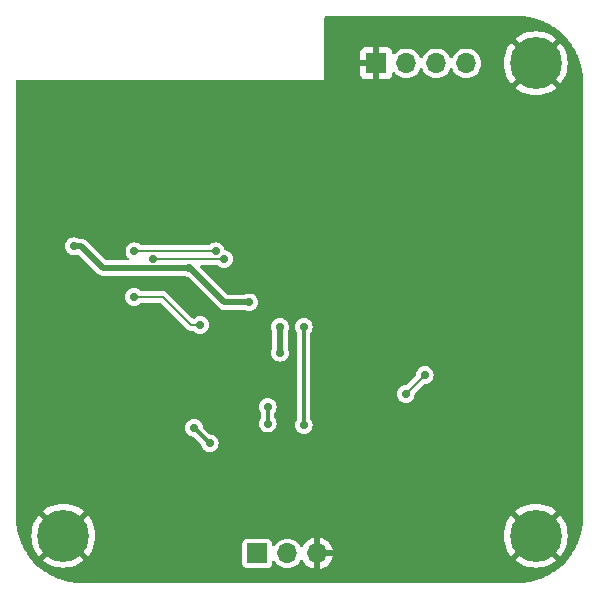
<source format=gbr>
%TF.GenerationSoftware,KiCad,Pcbnew,8.0.2*%
%TF.CreationDate,2024-07-16T11:33:13-07:00*%
%TF.ProjectId,sensor-node-rev-2,73656e73-6f72-42d6-9e6f-64652d726576,rev?*%
%TF.SameCoordinates,Original*%
%TF.FileFunction,Copper,L2,Bot*%
%TF.FilePolarity,Positive*%
%FSLAX46Y46*%
G04 Gerber Fmt 4.6, Leading zero omitted, Abs format (unit mm)*
G04 Created by KiCad (PCBNEW 8.0.2) date 2024-07-16 11:33:13*
%MOMM*%
%LPD*%
G01*
G04 APERTURE LIST*
%TA.AperFunction,ComponentPad*%
%ADD10R,1.700000X1.700000*%
%TD*%
%TA.AperFunction,ComponentPad*%
%ADD11O,1.700000X1.700000*%
%TD*%
%TA.AperFunction,ComponentPad*%
%ADD12C,4.400000*%
%TD*%
%TA.AperFunction,ViaPad*%
%ADD13C,0.700000*%
%TD*%
%TA.AperFunction,ViaPad*%
%ADD14C,0.900000*%
%TD*%
%TA.AperFunction,Conductor*%
%ADD15C,0.300000*%
%TD*%
%TA.AperFunction,Conductor*%
%ADD16C,0.200000*%
%TD*%
%TA.AperFunction,Conductor*%
%ADD17C,0.500000*%
%TD*%
G04 APERTURE END LIST*
D10*
%TO.P,J2,1,Pin_1*%
%TO.N,GND*%
X105000000Y-100500000D03*
D11*
%TO.P,J2,2,Pin_2*%
%TO.N,SWCLK*%
X107540000Y-100500000D03*
%TO.P,J2,3,Pin_3*%
%TO.N,SWDIO*%
X110080000Y-100500000D03*
%TO.P,J2,4,Pin_4*%
%TO.N,+3.3V*%
X112620000Y-100500000D03*
%TD*%
D12*
%TO.P,H3,1,1*%
%TO.N,GND*%
X118500000Y-100500000D03*
%TD*%
%TO.P,H4,1,1*%
%TO.N,GND*%
X118500000Y-140500000D03*
%TD*%
D10*
%TO.P,J4,1,Pin_1*%
%TO.N,Net-(J4-Pin_1)*%
X94920000Y-142000000D03*
D11*
%TO.P,J4,2,Pin_2*%
%TO.N,Net-(J4-Pin_2)*%
X97460000Y-142000000D03*
%TO.P,J4,3,Pin_3*%
%TO.N,GND*%
X100000000Y-142000000D03*
%TD*%
D12*
%TO.P,H2,1,1*%
%TO.N,GND*%
X78500000Y-140500000D03*
%TD*%
D13*
%TO.N,GND*%
X86300000Y-132300000D03*
X92400000Y-107200000D03*
X82750000Y-110700000D03*
X80600000Y-105200000D03*
X85350000Y-104250000D03*
X97400000Y-137200000D03*
X82190000Y-142830000D03*
X89300000Y-102800000D03*
X116880000Y-128800000D03*
X80000000Y-124400000D03*
X84150000Y-112100000D03*
X87100000Y-130700000D03*
X88200000Y-133200000D03*
X100070000Y-132410000D03*
X117580000Y-123520000D03*
X100150000Y-139600000D03*
X88000000Y-140000000D03*
X98700000Y-138200000D03*
X81400000Y-115600000D03*
X102880000Y-112260000D03*
X78900000Y-102800000D03*
X81460000Y-114360000D03*
X81950000Y-141150000D03*
X92260000Y-110820000D03*
X84150000Y-110700000D03*
D14*
X104750000Y-140700000D03*
D13*
X115710000Y-123890000D03*
X85900000Y-102800000D03*
X78410000Y-127050000D03*
X77000000Y-124000000D03*
X75490000Y-107420000D03*
X81420000Y-103410000D03*
X84972120Y-126602880D03*
X87740000Y-125740000D03*
X93800000Y-126800000D03*
X95500000Y-121000000D03*
X80480000Y-123040000D03*
X92000000Y-128600000D03*
X90300000Y-126800000D03*
X92030000Y-114680000D03*
X87870000Y-131390000D03*
X88000000Y-139000000D03*
X82025000Y-127275000D03*
D14*
X104750000Y-142100000D03*
D13*
X92700000Y-102800000D03*
X100000000Y-129000000D03*
X116420000Y-130870000D03*
D14*
X115000000Y-142100000D03*
D13*
X99900000Y-120750000D03*
X96100000Y-102800000D03*
X77200000Y-105200000D03*
X99820000Y-134220000D03*
X102560000Y-109460000D03*
X95864873Y-128190000D03*
D14*
X111500000Y-123000000D03*
D13*
X92960000Y-118340000D03*
X91100000Y-142500000D03*
X90800000Y-105600000D03*
X100200000Y-122450000D03*
X82750000Y-112100000D03*
X81840000Y-128240000D03*
X97500000Y-127500000D03*
X100000000Y-127500000D03*
X78800000Y-114200000D03*
X75470000Y-110280000D03*
X86427500Y-104277500D03*
X102130000Y-132410000D03*
X107900000Y-131410000D03*
X87700000Y-124400000D03*
X87000000Y-139000000D03*
X81230000Y-102390000D03*
X92000000Y-125000000D03*
D14*
X115000000Y-140700000D03*
D13*
X78070000Y-109240000D03*
X89900000Y-133500000D03*
X101500000Y-97500000D03*
X101500000Y-100900000D03*
X99500000Y-102800000D03*
X114920000Y-128260000D03*
X77600000Y-113200000D03*
X75500000Y-102800000D03*
X97500000Y-129000000D03*
%TO.N,USART1_RX*%
X95800000Y-129600000D03*
X95800000Y-131000000D03*
%TO.N,NRF_SCK*%
X84489810Y-120280190D03*
X90100000Y-122650000D03*
%TO.N,NRF_MISO*%
X86125000Y-117075000D03*
X92100000Y-117075000D03*
%TO.N,Net-(JP9-B)*%
X107500000Y-128500000D03*
X109100000Y-126900000D03*
%TO.N,NRF_MOSI*%
X91400000Y-116425000D03*
X84525000Y-116425000D03*
%TO.N,VDD*%
X89575000Y-131370000D03*
X96840000Y-122800000D03*
X94250000Y-120750000D03*
X79400000Y-116000000D03*
X96840000Y-125000000D03*
X90900000Y-132680000D03*
X89150000Y-117825000D03*
%TO.N,POWER_LED_EN*%
X98850000Y-131150000D03*
X98850000Y-122800000D03*
%TD*%
D15*
%TO.N,USART1_RX*%
X95800000Y-131000000D02*
X95800000Y-129600000D01*
D16*
%TO.N,NRF_SCK*%
X84490000Y-120280000D02*
X86930000Y-120280000D01*
X84489810Y-120280190D02*
X84490000Y-120280000D01*
X89300000Y-122650000D02*
X90100000Y-122650000D01*
X86930000Y-120280000D02*
X89300000Y-122650000D01*
%TO.N,NRF_MISO*%
X92100000Y-117075000D02*
X86125000Y-117075000D01*
%TO.N,Net-(JP9-B)*%
X109100000Y-126900000D02*
X107500000Y-128500000D01*
%TO.N,NRF_MOSI*%
X91400000Y-116425000D02*
X84525000Y-116425000D01*
D17*
%TO.N,VDD*%
X92150000Y-120750000D02*
X94250000Y-120750000D01*
X81825000Y-117825000D02*
X89150000Y-117825000D01*
D15*
X90885000Y-132680000D02*
X89575000Y-131370000D01*
D17*
X96840000Y-122800000D02*
X96840000Y-125000000D01*
D15*
X90900000Y-132680000D02*
X90885000Y-132680000D01*
D17*
X79400000Y-116000000D02*
X80000000Y-116000000D01*
X89225000Y-117825000D02*
X92150000Y-120750000D01*
X80000000Y-116000000D02*
X81825000Y-117825000D01*
D15*
%TO.N,POWER_LED_EN*%
X98850000Y-122800000D02*
X98850000Y-131150000D01*
%TD*%
%TA.AperFunction,Conductor*%
%TO.N,GND*%
G36*
X117002562Y-96500605D02*
G01*
X117449036Y-96519072D01*
X117459209Y-96519915D01*
X117900114Y-96574873D01*
X117910194Y-96576555D01*
X118345042Y-96667733D01*
X118354950Y-96670242D01*
X118780786Y-96797019D01*
X118790454Y-96800338D01*
X119131430Y-96933388D01*
X119204339Y-96961838D01*
X119213724Y-96965954D01*
X119612869Y-97161083D01*
X119621877Y-97165958D01*
X120003544Y-97393383D01*
X120012123Y-97398989D01*
X120373693Y-97657144D01*
X120381770Y-97663431D01*
X120720796Y-97950571D01*
X120728336Y-97957512D01*
X121042487Y-98271663D01*
X121049428Y-98279203D01*
X121269554Y-98539106D01*
X121336564Y-98618224D01*
X121342859Y-98626312D01*
X121601010Y-98987876D01*
X121606616Y-98996455D01*
X121834041Y-99378122D01*
X121838919Y-99387136D01*
X122034045Y-99786275D01*
X122038161Y-99795660D01*
X122199656Y-100209533D01*
X122202984Y-100219226D01*
X122329753Y-100645036D01*
X122332269Y-100654971D01*
X122423441Y-101089791D01*
X122425128Y-101099900D01*
X122480082Y-101540769D01*
X122480928Y-101550983D01*
X122499393Y-101997436D01*
X122499499Y-102002560D01*
X122499499Y-138997437D01*
X122499393Y-139002561D01*
X122480927Y-139449015D01*
X122480081Y-139459229D01*
X122425127Y-139900098D01*
X122423440Y-139910207D01*
X122332268Y-140345028D01*
X122329752Y-140354963D01*
X122202983Y-140780772D01*
X122199655Y-140790465D01*
X122038157Y-141204348D01*
X122034040Y-141213733D01*
X121838922Y-141612853D01*
X121834045Y-141621867D01*
X121606615Y-142003544D01*
X121601009Y-142012123D01*
X121342859Y-142373686D01*
X121336564Y-142381774D01*
X121049427Y-142720795D01*
X121042486Y-142728335D01*
X120728335Y-143042486D01*
X120720795Y-143049427D01*
X120381774Y-143336564D01*
X120373686Y-143342859D01*
X120012123Y-143601009D01*
X120003544Y-143606615D01*
X119621867Y-143834045D01*
X119612853Y-143838922D01*
X119213733Y-144034040D01*
X119204348Y-144038157D01*
X118790465Y-144199655D01*
X118780772Y-144202983D01*
X118354963Y-144329752D01*
X118345028Y-144332268D01*
X117910207Y-144423440D01*
X117900098Y-144425127D01*
X117459229Y-144480081D01*
X117449015Y-144480927D01*
X117002562Y-144499393D01*
X116997438Y-144499499D01*
X80002562Y-144499499D01*
X79997438Y-144499393D01*
X79550984Y-144480927D01*
X79540770Y-144480081D01*
X79099901Y-144425127D01*
X79089792Y-144423440D01*
X78654971Y-144332268D01*
X78645036Y-144329752D01*
X78219227Y-144202983D01*
X78209534Y-144199655D01*
X77795651Y-144038157D01*
X77786266Y-144034040D01*
X77387146Y-143838922D01*
X77378132Y-143834045D01*
X76996455Y-143606615D01*
X76987876Y-143601009D01*
X76626313Y-143342859D01*
X76618225Y-143336564D01*
X76611223Y-143330634D01*
X76370005Y-143126332D01*
X76279204Y-143049427D01*
X76271664Y-143042486D01*
X75957513Y-142728335D01*
X75950572Y-142720795D01*
X75843295Y-142594134D01*
X75663431Y-142381769D01*
X75657140Y-142373686D01*
X75609532Y-142307007D01*
X75398990Y-142012123D01*
X75393384Y-142003544D01*
X75165954Y-141621867D01*
X75161077Y-141612853D01*
X74965959Y-141213733D01*
X74961842Y-141204348D01*
X74891742Y-141024697D01*
X74800339Y-140790453D01*
X74797020Y-140780785D01*
X74713426Y-140500000D01*
X75795065Y-140500000D01*
X75814786Y-140826038D01*
X75873667Y-141147341D01*
X75970835Y-141459164D01*
X75970839Y-141459175D01*
X76104897Y-141757041D01*
X76104898Y-141757043D01*
X76273881Y-142036576D01*
X76421476Y-142224968D01*
X77563708Y-141082736D01*
X77660967Y-141216602D01*
X77783398Y-141339033D01*
X77917262Y-141436290D01*
X76775030Y-142578522D01*
X76775030Y-142578523D01*
X76963423Y-142726118D01*
X77242956Y-142895101D01*
X77242958Y-142895102D01*
X77540824Y-143029160D01*
X77540835Y-143029164D01*
X77852658Y-143126332D01*
X78173961Y-143185213D01*
X78500000Y-143204934D01*
X78826038Y-143185213D01*
X79147341Y-143126332D01*
X79459164Y-143029164D01*
X79459175Y-143029160D01*
X79757041Y-142895102D01*
X79757043Y-142895101D01*
X80036586Y-142726112D01*
X80224968Y-142578523D01*
X80224968Y-142578522D01*
X79082737Y-141436290D01*
X79216602Y-141339033D01*
X79339033Y-141216602D01*
X79436290Y-141082737D01*
X80578522Y-142224968D01*
X80578523Y-142224968D01*
X80726112Y-142036586D01*
X80895101Y-141757043D01*
X80895102Y-141757041D01*
X81029160Y-141459175D01*
X81029164Y-141459164D01*
X81126332Y-141147341D01*
X81131622Y-141118475D01*
X93669500Y-141118475D01*
X93669500Y-142881517D01*
X93671652Y-142895102D01*
X93684354Y-142975304D01*
X93741950Y-143088342D01*
X93741952Y-143088344D01*
X93741954Y-143088347D01*
X93831652Y-143178045D01*
X93831654Y-143178046D01*
X93831658Y-143178050D01*
X93944694Y-143235645D01*
X93944698Y-143235647D01*
X94038475Y-143250499D01*
X94038481Y-143250500D01*
X95801518Y-143250499D01*
X95895304Y-143235646D01*
X96008342Y-143178050D01*
X96098050Y-143088342D01*
X96155646Y-142975304D01*
X96155646Y-142975302D01*
X96155647Y-142975301D01*
X96170499Y-142881524D01*
X96170500Y-142881519D01*
X96170499Y-142731859D01*
X96190183Y-142664823D01*
X96242987Y-142619068D01*
X96312145Y-142609124D01*
X96375701Y-142638149D01*
X96396073Y-142660738D01*
X96498402Y-142806877D01*
X96653123Y-142961598D01*
X96832361Y-143087102D01*
X97030670Y-143179575D01*
X97242023Y-143236207D01*
X97424926Y-143252208D01*
X97459998Y-143255277D01*
X97460000Y-143255277D01*
X97460002Y-143255277D01*
X97488254Y-143252805D01*
X97677977Y-143236207D01*
X97889330Y-143179575D01*
X98087639Y-143087102D01*
X98266877Y-142961598D01*
X98421598Y-142806877D01*
X98547102Y-142627639D01*
X98562726Y-142594132D01*
X98608896Y-142541695D01*
X98676090Y-142522543D01*
X98742971Y-142542758D01*
X98787489Y-142594134D01*
X98826399Y-142677578D01*
X98961894Y-142871082D01*
X99128917Y-143038105D01*
X99322421Y-143173600D01*
X99536507Y-143273429D01*
X99536516Y-143273433D01*
X99750000Y-143330634D01*
X99750000Y-142433012D01*
X99807007Y-142465925D01*
X99934174Y-142500000D01*
X100065826Y-142500000D01*
X100192993Y-142465925D01*
X100250000Y-142433012D01*
X100250000Y-143330633D01*
X100463483Y-143273433D01*
X100463492Y-143273429D01*
X100677578Y-143173600D01*
X100871082Y-143038105D01*
X101038105Y-142871082D01*
X101173600Y-142677578D01*
X101273429Y-142463492D01*
X101273432Y-142463486D01*
X101330636Y-142250000D01*
X100433012Y-142250000D01*
X100465925Y-142192993D01*
X100500000Y-142065826D01*
X100500000Y-141934174D01*
X100465925Y-141807007D01*
X100433012Y-141750000D01*
X101330636Y-141750000D01*
X101330635Y-141749999D01*
X101273432Y-141536513D01*
X101273429Y-141536507D01*
X101173600Y-141322422D01*
X101173599Y-141322420D01*
X101038113Y-141128926D01*
X101038108Y-141128920D01*
X100871082Y-140961894D01*
X100677578Y-140826399D01*
X100463492Y-140726570D01*
X100463486Y-140726567D01*
X100250000Y-140669364D01*
X100250000Y-141566988D01*
X100192993Y-141534075D01*
X100065826Y-141500000D01*
X99934174Y-141500000D01*
X99807007Y-141534075D01*
X99750000Y-141566988D01*
X99750000Y-140669364D01*
X99749999Y-140669364D01*
X99536513Y-140726567D01*
X99536507Y-140726570D01*
X99322422Y-140826399D01*
X99322420Y-140826400D01*
X99128926Y-140961886D01*
X99128920Y-140961891D01*
X98961891Y-141128920D01*
X98961886Y-141128926D01*
X98826400Y-141322420D01*
X98826399Y-141322422D01*
X98787489Y-141405866D01*
X98741317Y-141458305D01*
X98674123Y-141477457D01*
X98607242Y-141457241D01*
X98562725Y-141405866D01*
X98547102Y-141372362D01*
X98547100Y-141372359D01*
X98547099Y-141372357D01*
X98421599Y-141193124D01*
X98346950Y-141118475D01*
X98266877Y-141038402D01*
X98128978Y-140941844D01*
X98087638Y-140912897D01*
X97960373Y-140853553D01*
X97889330Y-140820425D01*
X97889326Y-140820424D01*
X97889322Y-140820422D01*
X97677977Y-140763793D01*
X97460002Y-140744723D01*
X97459998Y-140744723D01*
X97314682Y-140757436D01*
X97242023Y-140763793D01*
X97242020Y-140763793D01*
X97030677Y-140820422D01*
X97030670Y-140820424D01*
X97030670Y-140820425D01*
X97027391Y-140821954D01*
X96832361Y-140912898D01*
X96832357Y-140912900D01*
X96653121Y-141038402D01*
X96498402Y-141193121D01*
X96396074Y-141339262D01*
X96341497Y-141382887D01*
X96271999Y-141390081D01*
X96209644Y-141358558D01*
X96174230Y-141298328D01*
X96170499Y-141268139D01*
X96170499Y-141118482D01*
X96163854Y-141076525D01*
X96155646Y-141024696D01*
X96098050Y-140911658D01*
X96098046Y-140911654D01*
X96098045Y-140911652D01*
X96008347Y-140821954D01*
X96008344Y-140821952D01*
X96008342Y-140821950D01*
X95927526Y-140780772D01*
X95895301Y-140764352D01*
X95801524Y-140749500D01*
X94038482Y-140749500D01*
X93957519Y-140762323D01*
X93944696Y-140764354D01*
X93831658Y-140821950D01*
X93831657Y-140821951D01*
X93831652Y-140821954D01*
X93741954Y-140911652D01*
X93741951Y-140911657D01*
X93741950Y-140911658D01*
X93736552Y-140922253D01*
X93684352Y-141024698D01*
X93669500Y-141118475D01*
X81131622Y-141118475D01*
X81185213Y-140826038D01*
X81204934Y-140500000D01*
X115795065Y-140500000D01*
X115814786Y-140826038D01*
X115873667Y-141147341D01*
X115970835Y-141459164D01*
X115970839Y-141459175D01*
X116104897Y-141757041D01*
X116104898Y-141757043D01*
X116273881Y-142036576D01*
X116421476Y-142224968D01*
X117563708Y-141082736D01*
X117660967Y-141216602D01*
X117783398Y-141339033D01*
X117917262Y-141436290D01*
X116775030Y-142578522D01*
X116775030Y-142578523D01*
X116963423Y-142726118D01*
X117242956Y-142895101D01*
X117242958Y-142895102D01*
X117540824Y-143029160D01*
X117540835Y-143029164D01*
X117852658Y-143126332D01*
X118173961Y-143185213D01*
X118500000Y-143204934D01*
X118826038Y-143185213D01*
X119147341Y-143126332D01*
X119459164Y-143029164D01*
X119459175Y-143029160D01*
X119757041Y-142895102D01*
X119757043Y-142895101D01*
X120036586Y-142726112D01*
X120224968Y-142578523D01*
X120224968Y-142578522D01*
X119082737Y-141436290D01*
X119216602Y-141339033D01*
X119339033Y-141216602D01*
X119436290Y-141082737D01*
X120578522Y-142224968D01*
X120578523Y-142224968D01*
X120726112Y-142036586D01*
X120895101Y-141757043D01*
X120895102Y-141757041D01*
X121029160Y-141459175D01*
X121029164Y-141459164D01*
X121126332Y-141147341D01*
X121185213Y-140826038D01*
X121204934Y-140500000D01*
X121185213Y-140173961D01*
X121126332Y-139852658D01*
X121029164Y-139540835D01*
X121029160Y-139540824D01*
X120895102Y-139242958D01*
X120895101Y-139242956D01*
X120726118Y-138963423D01*
X120578522Y-138775030D01*
X119436290Y-139917262D01*
X119339033Y-139783398D01*
X119216602Y-139660967D01*
X119082736Y-139563709D01*
X120224968Y-138421476D01*
X120036576Y-138273881D01*
X119757043Y-138104898D01*
X119757041Y-138104897D01*
X119459175Y-137970839D01*
X119459164Y-137970835D01*
X119147341Y-137873667D01*
X118826038Y-137814786D01*
X118500000Y-137795065D01*
X118173961Y-137814786D01*
X117852658Y-137873667D01*
X117540835Y-137970835D01*
X117540824Y-137970839D01*
X117242958Y-138104897D01*
X117242956Y-138104898D01*
X116963422Y-138273881D01*
X116963416Y-138273886D01*
X116775030Y-138421474D01*
X116775029Y-138421476D01*
X117917262Y-139563709D01*
X117783398Y-139660967D01*
X117660967Y-139783398D01*
X117563709Y-139917262D01*
X116421476Y-138775029D01*
X116421474Y-138775030D01*
X116273886Y-138963416D01*
X116273881Y-138963422D01*
X116104898Y-139242956D01*
X116104897Y-139242958D01*
X115970839Y-139540824D01*
X115970835Y-139540835D01*
X115873667Y-139852658D01*
X115814786Y-140173961D01*
X115795065Y-140500000D01*
X81204934Y-140500000D01*
X81185213Y-140173961D01*
X81126332Y-139852658D01*
X81029164Y-139540835D01*
X81029160Y-139540824D01*
X80895102Y-139242958D01*
X80895101Y-139242956D01*
X80726118Y-138963423D01*
X80578522Y-138775030D01*
X79436290Y-139917262D01*
X79339033Y-139783398D01*
X79216602Y-139660967D01*
X79082736Y-139563709D01*
X80224968Y-138421476D01*
X80036576Y-138273881D01*
X79757043Y-138104898D01*
X79757041Y-138104897D01*
X79459175Y-137970839D01*
X79459164Y-137970835D01*
X79147341Y-137873667D01*
X78826038Y-137814786D01*
X78500000Y-137795065D01*
X78173961Y-137814786D01*
X77852658Y-137873667D01*
X77540835Y-137970835D01*
X77540824Y-137970839D01*
X77242958Y-138104897D01*
X77242956Y-138104898D01*
X76963422Y-138273881D01*
X76963416Y-138273886D01*
X76775030Y-138421474D01*
X76775029Y-138421476D01*
X77917262Y-139563709D01*
X77783398Y-139660967D01*
X77660967Y-139783398D01*
X77563709Y-139917262D01*
X76421476Y-138775029D01*
X76421474Y-138775030D01*
X76273886Y-138963416D01*
X76273881Y-138963422D01*
X76104898Y-139242956D01*
X76104897Y-139242958D01*
X75970839Y-139540824D01*
X75970835Y-139540835D01*
X75873667Y-139852658D01*
X75814786Y-140173961D01*
X75795065Y-140500000D01*
X74713426Y-140500000D01*
X74670243Y-140354950D01*
X74667734Y-140345042D01*
X74576556Y-139910193D01*
X74574874Y-139900113D01*
X74519916Y-139459208D01*
X74519073Y-139449035D01*
X74500607Y-139002561D01*
X74500501Y-138997437D01*
X74500501Y-138926512D01*
X74500500Y-138926494D01*
X74500500Y-131369997D01*
X88819751Y-131369997D01*
X88819751Y-131370002D01*
X88838685Y-131538056D01*
X88894545Y-131697694D01*
X88894547Y-131697697D01*
X88984518Y-131840884D01*
X88984523Y-131840890D01*
X89104109Y-131960476D01*
X89104115Y-131960481D01*
X89247302Y-132050452D01*
X89247305Y-132050454D01*
X89247309Y-132050455D01*
X89247310Y-132050456D01*
X89358958Y-132089523D01*
X89406941Y-132106313D01*
X89406946Y-132106314D01*
X89505651Y-132117435D01*
X89570065Y-132144501D01*
X89579449Y-132152974D01*
X90118929Y-132692454D01*
X90152414Y-132753777D01*
X90154468Y-132766250D01*
X90163685Y-132848053D01*
X90219544Y-133007692D01*
X90219547Y-133007697D01*
X90309518Y-133150884D01*
X90309523Y-133150890D01*
X90429109Y-133270476D01*
X90429115Y-133270481D01*
X90572302Y-133360452D01*
X90572305Y-133360454D01*
X90572309Y-133360455D01*
X90572310Y-133360456D01*
X90644913Y-133385860D01*
X90731943Y-133416314D01*
X90899997Y-133435249D01*
X90900000Y-133435249D01*
X90900003Y-133435249D01*
X91068056Y-133416314D01*
X91068059Y-133416313D01*
X91227690Y-133360456D01*
X91227692Y-133360454D01*
X91227694Y-133360454D01*
X91227697Y-133360452D01*
X91370884Y-133270481D01*
X91370885Y-133270480D01*
X91370890Y-133270477D01*
X91490477Y-133150890D01*
X91580452Y-133007697D01*
X91580454Y-133007694D01*
X91580454Y-133007692D01*
X91580456Y-133007690D01*
X91636313Y-132848059D01*
X91636313Y-132848058D01*
X91636314Y-132848056D01*
X91655249Y-132680002D01*
X91655249Y-132679997D01*
X91636314Y-132511943D01*
X91580454Y-132352305D01*
X91580452Y-132352302D01*
X91490481Y-132209115D01*
X91490476Y-132209109D01*
X91370890Y-132089523D01*
X91370884Y-132089518D01*
X91227697Y-131999547D01*
X91227692Y-131999544D01*
X91068053Y-131943685D01*
X90952442Y-131930659D01*
X90888028Y-131903592D01*
X90878645Y-131895120D01*
X90357974Y-131374449D01*
X90324489Y-131313126D01*
X90322435Y-131300651D01*
X90311314Y-131201946D01*
X90311313Y-131201941D01*
X90255454Y-131042305D01*
X90255452Y-131042302D01*
X90165481Y-130899115D01*
X90165476Y-130899109D01*
X90045890Y-130779523D01*
X90045884Y-130779518D01*
X89902697Y-130689547D01*
X89902694Y-130689545D01*
X89743056Y-130633685D01*
X89575003Y-130614751D01*
X89574997Y-130614751D01*
X89406943Y-130633685D01*
X89247305Y-130689545D01*
X89247302Y-130689547D01*
X89104115Y-130779518D01*
X89104109Y-130779523D01*
X88984523Y-130899109D01*
X88984518Y-130899115D01*
X88894547Y-131042302D01*
X88894545Y-131042305D01*
X88838685Y-131201943D01*
X88819751Y-131369997D01*
X74500500Y-131369997D01*
X74500500Y-129599997D01*
X95044751Y-129599997D01*
X95044751Y-129600002D01*
X95063685Y-129768056D01*
X95119545Y-129927694D01*
X95119547Y-129927697D01*
X95209518Y-130070884D01*
X95209523Y-130070890D01*
X95213181Y-130074548D01*
X95246666Y-130135871D01*
X95249500Y-130162229D01*
X95249500Y-130437771D01*
X95229815Y-130504810D01*
X95213181Y-130525452D01*
X95209523Y-130529109D01*
X95209518Y-130529115D01*
X95119547Y-130672302D01*
X95119545Y-130672305D01*
X95063685Y-130831943D01*
X95044751Y-130999997D01*
X95044751Y-131000002D01*
X95063685Y-131168056D01*
X95119545Y-131327694D01*
X95119547Y-131327697D01*
X95209518Y-131470884D01*
X95209523Y-131470890D01*
X95329109Y-131590476D01*
X95329115Y-131590481D01*
X95472302Y-131680452D01*
X95472305Y-131680454D01*
X95472309Y-131680455D01*
X95472310Y-131680456D01*
X95521562Y-131697690D01*
X95631943Y-131736314D01*
X95799997Y-131755249D01*
X95800000Y-131755249D01*
X95800003Y-131755249D01*
X95968056Y-131736314D01*
X95968059Y-131736313D01*
X96127690Y-131680456D01*
X96127692Y-131680454D01*
X96127694Y-131680454D01*
X96127697Y-131680452D01*
X96270884Y-131590481D01*
X96270885Y-131590480D01*
X96270890Y-131590477D01*
X96390477Y-131470890D01*
X96390481Y-131470884D01*
X96480452Y-131327697D01*
X96480454Y-131327694D01*
X96480454Y-131327692D01*
X96480456Y-131327690D01*
X96536313Y-131168059D01*
X96536313Y-131168058D01*
X96536314Y-131168056D01*
X96555249Y-131000002D01*
X96555249Y-130999997D01*
X96536314Y-130831943D01*
X96480454Y-130672305D01*
X96480452Y-130672302D01*
X96390481Y-130529115D01*
X96390476Y-130529109D01*
X96386819Y-130525452D01*
X96353334Y-130464129D01*
X96350500Y-130437771D01*
X96350500Y-130162229D01*
X96370185Y-130095190D01*
X96386819Y-130074548D01*
X96390477Y-130070890D01*
X96480452Y-129927697D01*
X96480454Y-129927694D01*
X96480454Y-129927692D01*
X96480456Y-129927690D01*
X96536313Y-129768059D01*
X96536313Y-129768058D01*
X96536314Y-129768056D01*
X96555249Y-129600002D01*
X96555249Y-129599997D01*
X96536314Y-129431943D01*
X96480454Y-129272305D01*
X96480452Y-129272302D01*
X96390481Y-129129115D01*
X96390476Y-129129109D01*
X96270890Y-129009523D01*
X96270884Y-129009518D01*
X96127697Y-128919547D01*
X96127694Y-128919545D01*
X95968056Y-128863685D01*
X95800003Y-128844751D01*
X95799997Y-128844751D01*
X95631943Y-128863685D01*
X95472305Y-128919545D01*
X95472302Y-128919547D01*
X95329115Y-129009518D01*
X95329109Y-129009523D01*
X95209523Y-129129109D01*
X95209518Y-129129115D01*
X95119547Y-129272302D01*
X95119545Y-129272305D01*
X95063685Y-129431943D01*
X95044751Y-129599997D01*
X74500500Y-129599997D01*
X74500500Y-120280187D01*
X83734561Y-120280187D01*
X83734561Y-120280192D01*
X83753495Y-120448246D01*
X83809355Y-120607884D01*
X83809357Y-120607887D01*
X83899328Y-120751074D01*
X83899333Y-120751080D01*
X84018919Y-120870666D01*
X84018925Y-120870671D01*
X84162112Y-120960642D01*
X84162115Y-120960644D01*
X84162119Y-120960645D01*
X84162120Y-120960646D01*
X84234723Y-120986050D01*
X84321753Y-121016504D01*
X84489807Y-121035439D01*
X84489810Y-121035439D01*
X84489813Y-121035439D01*
X84657866Y-121016504D01*
X84657869Y-121016503D01*
X84817500Y-120960646D01*
X84817502Y-120960644D01*
X84817504Y-120960644D01*
X84817507Y-120960642D01*
X84960694Y-120870671D01*
X84960695Y-120870670D01*
X84960700Y-120870667D01*
X85014548Y-120816819D01*
X85075871Y-120783334D01*
X85102229Y-120780500D01*
X86671324Y-120780500D01*
X86738363Y-120800185D01*
X86759005Y-120816819D01*
X88992686Y-123050500D01*
X89106814Y-123116392D01*
X89234107Y-123150500D01*
X89234108Y-123150500D01*
X89487771Y-123150500D01*
X89554810Y-123170185D01*
X89575452Y-123186819D01*
X89629109Y-123240476D01*
X89629115Y-123240481D01*
X89772302Y-123330452D01*
X89772305Y-123330454D01*
X89772309Y-123330455D01*
X89772310Y-123330456D01*
X89844913Y-123355860D01*
X89931943Y-123386314D01*
X90099997Y-123405249D01*
X90100000Y-123405249D01*
X90100003Y-123405249D01*
X90268056Y-123386314D01*
X90336887Y-123362229D01*
X90427690Y-123330456D01*
X90427692Y-123330454D01*
X90427694Y-123330454D01*
X90427697Y-123330452D01*
X90570884Y-123240481D01*
X90570885Y-123240480D01*
X90570890Y-123240477D01*
X90690477Y-123120890D01*
X90690481Y-123120884D01*
X90780452Y-122977697D01*
X90780454Y-122977694D01*
X90780454Y-122977692D01*
X90780456Y-122977690D01*
X90836313Y-122818059D01*
X90836313Y-122818058D01*
X90836314Y-122818056D01*
X90838349Y-122799997D01*
X96084751Y-122799997D01*
X96084751Y-122800002D01*
X96103686Y-122968057D01*
X96159542Y-123127687D01*
X96159548Y-123127697D01*
X96170493Y-123145115D01*
X96189500Y-123211087D01*
X96189500Y-124588911D01*
X96170495Y-124654882D01*
X96159544Y-124672310D01*
X96103685Y-124831943D01*
X96084751Y-124999997D01*
X96084751Y-125000002D01*
X96103685Y-125168056D01*
X96159545Y-125327694D01*
X96159547Y-125327697D01*
X96249518Y-125470884D01*
X96249523Y-125470890D01*
X96369109Y-125590476D01*
X96369115Y-125590481D01*
X96512302Y-125680452D01*
X96512305Y-125680454D01*
X96512309Y-125680455D01*
X96512310Y-125680456D01*
X96584913Y-125705860D01*
X96671943Y-125736314D01*
X96839997Y-125755249D01*
X96840000Y-125755249D01*
X96840003Y-125755249D01*
X97008056Y-125736314D01*
X97008059Y-125736313D01*
X97167690Y-125680456D01*
X97167692Y-125680454D01*
X97167694Y-125680454D01*
X97167697Y-125680452D01*
X97310884Y-125590481D01*
X97310885Y-125590480D01*
X97310890Y-125590477D01*
X97430477Y-125470890D01*
X97520452Y-125327697D01*
X97520454Y-125327694D01*
X97520454Y-125327692D01*
X97520456Y-125327690D01*
X97576313Y-125168059D01*
X97576313Y-125168058D01*
X97576314Y-125168056D01*
X97595249Y-125000002D01*
X97595249Y-124999997D01*
X97576314Y-124831943D01*
X97563417Y-124795088D01*
X97520456Y-124672310D01*
X97509504Y-124654881D01*
X97490500Y-124588911D01*
X97490500Y-123211087D01*
X97509506Y-123145115D01*
X97520456Y-123127690D01*
X97576313Y-122968059D01*
X97595249Y-122800000D01*
X97595249Y-122799997D01*
X98094751Y-122799997D01*
X98094751Y-122800002D01*
X98113685Y-122968056D01*
X98169545Y-123127694D01*
X98169547Y-123127697D01*
X98259518Y-123270884D01*
X98259523Y-123270890D01*
X98263181Y-123274548D01*
X98296666Y-123335871D01*
X98299500Y-123362229D01*
X98299500Y-130587771D01*
X98279815Y-130654810D01*
X98263181Y-130675452D01*
X98259523Y-130679109D01*
X98259518Y-130679115D01*
X98169547Y-130822302D01*
X98169545Y-130822305D01*
X98113685Y-130981943D01*
X98094751Y-131149997D01*
X98094751Y-131150002D01*
X98113685Y-131318056D01*
X98169545Y-131477694D01*
X98169547Y-131477697D01*
X98259518Y-131620884D01*
X98259523Y-131620890D01*
X98379109Y-131740476D01*
X98379115Y-131740481D01*
X98522302Y-131830452D01*
X98522305Y-131830454D01*
X98522309Y-131830455D01*
X98522310Y-131830456D01*
X98552112Y-131840884D01*
X98681943Y-131886314D01*
X98849997Y-131905249D01*
X98850000Y-131905249D01*
X98850003Y-131905249D01*
X99018056Y-131886314D01*
X99018059Y-131886313D01*
X99177690Y-131830456D01*
X99177692Y-131830454D01*
X99177694Y-131830454D01*
X99177697Y-131830452D01*
X99320884Y-131740481D01*
X99320885Y-131740480D01*
X99320890Y-131740477D01*
X99440477Y-131620890D01*
X99440481Y-131620884D01*
X99530452Y-131477697D01*
X99530454Y-131477694D01*
X99530454Y-131477692D01*
X99530456Y-131477690D01*
X99586313Y-131318059D01*
X99586313Y-131318058D01*
X99586314Y-131318056D01*
X99605249Y-131150002D01*
X99605249Y-131149997D01*
X99586314Y-130981943D01*
X99555860Y-130894913D01*
X99530456Y-130822310D01*
X99530455Y-130822309D01*
X99530454Y-130822305D01*
X99530452Y-130822302D01*
X99440481Y-130679115D01*
X99440476Y-130679109D01*
X99436819Y-130675452D01*
X99403334Y-130614129D01*
X99400500Y-130587771D01*
X99400500Y-128499997D01*
X106744751Y-128499997D01*
X106744751Y-128500002D01*
X106763685Y-128668056D01*
X106819545Y-128827694D01*
X106819547Y-128827697D01*
X106909518Y-128970884D01*
X106909523Y-128970890D01*
X107029109Y-129090476D01*
X107029115Y-129090481D01*
X107172302Y-129180452D01*
X107172305Y-129180454D01*
X107172309Y-129180455D01*
X107172310Y-129180456D01*
X107244913Y-129205860D01*
X107331943Y-129236314D01*
X107499997Y-129255249D01*
X107500000Y-129255249D01*
X107500003Y-129255249D01*
X107668056Y-129236314D01*
X107668059Y-129236313D01*
X107827690Y-129180456D01*
X107827692Y-129180454D01*
X107827694Y-129180454D01*
X107827697Y-129180452D01*
X107970884Y-129090481D01*
X107970885Y-129090480D01*
X107970890Y-129090477D01*
X108090477Y-128970890D01*
X108122738Y-128919547D01*
X108180452Y-128827697D01*
X108180454Y-128827694D01*
X108180454Y-128827692D01*
X108180456Y-128827690D01*
X108236313Y-128668059D01*
X108236313Y-128668057D01*
X108236314Y-128668055D01*
X108256029Y-128493080D01*
X108258356Y-128493342D01*
X108274934Y-128436887D01*
X108291568Y-128416245D01*
X109016245Y-127691568D01*
X109077568Y-127658083D01*
X109093122Y-127656410D01*
X109093080Y-127656029D01*
X109268055Y-127636314D01*
X109268057Y-127636313D01*
X109268059Y-127636313D01*
X109427690Y-127580456D01*
X109427692Y-127580454D01*
X109427694Y-127580454D01*
X109427697Y-127580452D01*
X109570884Y-127490481D01*
X109570885Y-127490480D01*
X109570890Y-127490477D01*
X109690477Y-127370890D01*
X109780452Y-127227697D01*
X109780454Y-127227694D01*
X109780454Y-127227692D01*
X109780456Y-127227690D01*
X109836313Y-127068059D01*
X109836313Y-127068058D01*
X109836314Y-127068056D01*
X109855249Y-126900002D01*
X109855249Y-126899997D01*
X109836314Y-126731943D01*
X109780454Y-126572305D01*
X109780452Y-126572302D01*
X109690481Y-126429115D01*
X109690476Y-126429109D01*
X109570890Y-126309523D01*
X109570884Y-126309518D01*
X109427697Y-126219547D01*
X109427694Y-126219545D01*
X109268056Y-126163685D01*
X109100003Y-126144751D01*
X109099997Y-126144751D01*
X108931943Y-126163685D01*
X108772305Y-126219545D01*
X108772302Y-126219547D01*
X108629115Y-126309518D01*
X108629109Y-126309523D01*
X108509523Y-126429109D01*
X108509518Y-126429115D01*
X108419547Y-126572302D01*
X108419545Y-126572305D01*
X108363685Y-126731943D01*
X108343971Y-126906920D01*
X108341642Y-126906657D01*
X108325066Y-126963111D01*
X108308432Y-126983753D01*
X107583753Y-127708432D01*
X107522430Y-127741917D01*
X107506876Y-127743589D01*
X107506920Y-127743971D01*
X107331943Y-127763685D01*
X107172305Y-127819545D01*
X107172302Y-127819547D01*
X107029115Y-127909518D01*
X107029109Y-127909523D01*
X106909523Y-128029109D01*
X106909518Y-128029115D01*
X106819547Y-128172302D01*
X106819545Y-128172305D01*
X106763685Y-128331943D01*
X106744751Y-128499997D01*
X99400500Y-128499997D01*
X99400500Y-123362229D01*
X99420185Y-123295190D01*
X99436819Y-123274548D01*
X99440477Y-123270890D01*
X99440481Y-123270884D01*
X99530452Y-123127697D01*
X99530454Y-123127694D01*
X99530454Y-123127692D01*
X99530456Y-123127690D01*
X99586313Y-122968059D01*
X99586313Y-122968058D01*
X99586314Y-122968056D01*
X99605249Y-122800002D01*
X99605249Y-122799997D01*
X99586314Y-122631943D01*
X99555860Y-122544913D01*
X99530456Y-122472310D01*
X99530455Y-122472309D01*
X99530454Y-122472305D01*
X99530452Y-122472302D01*
X99440481Y-122329115D01*
X99440476Y-122329109D01*
X99320890Y-122209523D01*
X99320884Y-122209518D01*
X99177697Y-122119547D01*
X99177694Y-122119545D01*
X99018056Y-122063685D01*
X98850003Y-122044751D01*
X98849997Y-122044751D01*
X98681943Y-122063685D01*
X98522305Y-122119545D01*
X98522302Y-122119547D01*
X98379115Y-122209518D01*
X98379109Y-122209523D01*
X98259523Y-122329109D01*
X98259518Y-122329115D01*
X98169547Y-122472302D01*
X98169545Y-122472305D01*
X98113685Y-122631943D01*
X98094751Y-122799997D01*
X97595249Y-122799997D01*
X97576314Y-122631943D01*
X97545860Y-122544913D01*
X97520456Y-122472310D01*
X97520455Y-122472309D01*
X97520454Y-122472305D01*
X97520452Y-122472302D01*
X97430481Y-122329115D01*
X97430476Y-122329109D01*
X97310890Y-122209523D01*
X97310884Y-122209518D01*
X97167697Y-122119547D01*
X97167694Y-122119545D01*
X97008056Y-122063685D01*
X96840003Y-122044751D01*
X96839997Y-122044751D01*
X96671943Y-122063685D01*
X96512305Y-122119545D01*
X96512302Y-122119547D01*
X96369115Y-122209518D01*
X96369109Y-122209523D01*
X96249523Y-122329109D01*
X96249518Y-122329115D01*
X96159547Y-122472302D01*
X96159545Y-122472305D01*
X96103685Y-122631943D01*
X96084751Y-122799997D01*
X90838349Y-122799997D01*
X90855249Y-122650002D01*
X90855249Y-122649997D01*
X90836314Y-122481943D01*
X90780454Y-122322305D01*
X90780452Y-122322302D01*
X90690481Y-122179115D01*
X90690476Y-122179109D01*
X90570890Y-122059523D01*
X90570884Y-122059518D01*
X90427697Y-121969547D01*
X90427694Y-121969545D01*
X90268056Y-121913685D01*
X90100003Y-121894751D01*
X90099997Y-121894751D01*
X89931943Y-121913685D01*
X89772305Y-121969545D01*
X89772302Y-121969547D01*
X89629115Y-122059518D01*
X89629107Y-122059524D01*
X89610902Y-122077730D01*
X89549578Y-122111214D01*
X89479887Y-122106228D01*
X89435542Y-122077728D01*
X87237316Y-119879502D01*
X87237314Y-119879500D01*
X87180250Y-119846554D01*
X87123187Y-119813608D01*
X87059539Y-119796554D01*
X86995892Y-119779500D01*
X86995891Y-119779500D01*
X85101849Y-119779500D01*
X85034810Y-119759815D01*
X85014168Y-119743181D01*
X84960700Y-119689713D01*
X84960694Y-119689708D01*
X84817507Y-119599737D01*
X84817504Y-119599735D01*
X84657866Y-119543875D01*
X84489813Y-119524941D01*
X84489807Y-119524941D01*
X84321753Y-119543875D01*
X84162115Y-119599735D01*
X84162112Y-119599737D01*
X84018925Y-119689708D01*
X84018919Y-119689713D01*
X83899333Y-119809299D01*
X83899328Y-119809305D01*
X83809357Y-119952492D01*
X83809355Y-119952495D01*
X83753495Y-120112133D01*
X83734561Y-120280187D01*
X74500500Y-120280187D01*
X74500500Y-115999997D01*
X78644751Y-115999997D01*
X78644751Y-116000002D01*
X78663685Y-116168056D01*
X78719545Y-116327694D01*
X78719547Y-116327697D01*
X78809518Y-116470884D01*
X78809523Y-116470890D01*
X78929109Y-116590476D01*
X78929115Y-116590481D01*
X79072302Y-116680452D01*
X79072305Y-116680454D01*
X79072309Y-116680455D01*
X79072310Y-116680456D01*
X79144913Y-116705860D01*
X79231943Y-116736314D01*
X79399997Y-116755249D01*
X79400000Y-116755249D01*
X79400003Y-116755249D01*
X79526044Y-116741047D01*
X79568059Y-116736313D01*
X79678460Y-116697681D01*
X79748238Y-116694119D01*
X79807096Y-116727042D01*
X81410325Y-118330272D01*
X81410328Y-118330275D01*
X81485123Y-118380251D01*
X81485122Y-118380251D01*
X81508961Y-118396178D01*
X81516873Y-118401465D01*
X81635256Y-118450501D01*
X81635260Y-118450501D01*
X81635261Y-118450502D01*
X81760928Y-118475500D01*
X81760931Y-118475500D01*
X81889069Y-118475500D01*
X88738912Y-118475500D01*
X88804883Y-118494506D01*
X88822310Y-118505456D01*
X88981941Y-118561313D01*
X89005795Y-118564000D01*
X89070209Y-118591066D01*
X89079594Y-118599540D01*
X91735325Y-121255272D01*
X91735331Y-121255277D01*
X91841874Y-121326466D01*
X91911221Y-121355189D01*
X91960256Y-121375501D01*
X91960259Y-121375501D01*
X91960260Y-121375502D01*
X92085928Y-121400500D01*
X92085931Y-121400500D01*
X92214069Y-121400500D01*
X93838912Y-121400500D01*
X93904883Y-121419506D01*
X93922310Y-121430456D01*
X94081941Y-121486313D01*
X94123955Y-121491047D01*
X94249997Y-121505249D01*
X94250000Y-121505249D01*
X94250003Y-121505249D01*
X94418056Y-121486314D01*
X94418059Y-121486313D01*
X94577690Y-121430456D01*
X94577692Y-121430454D01*
X94577694Y-121430454D01*
X94577697Y-121430452D01*
X94720884Y-121340481D01*
X94720885Y-121340480D01*
X94720890Y-121340477D01*
X94840477Y-121220890D01*
X94930452Y-121077697D01*
X94930454Y-121077694D01*
X94930454Y-121077692D01*
X94930456Y-121077690D01*
X94986313Y-120918059D01*
X94986313Y-120918058D01*
X94986314Y-120918056D01*
X95005249Y-120750002D01*
X95005249Y-120749997D01*
X94986314Y-120581943D01*
X94930454Y-120422305D01*
X94930452Y-120422302D01*
X94840481Y-120279115D01*
X94840476Y-120279109D01*
X94720890Y-120159523D01*
X94720884Y-120159518D01*
X94577697Y-120069547D01*
X94577694Y-120069545D01*
X94418056Y-120013685D01*
X94250003Y-119994751D01*
X94249997Y-119994751D01*
X94081942Y-120013686D01*
X93922311Y-120069543D01*
X93904883Y-120080494D01*
X93838912Y-120099500D01*
X92470808Y-120099500D01*
X92403769Y-120079815D01*
X92383127Y-120063181D01*
X90107127Y-117787181D01*
X90073642Y-117725858D01*
X90078626Y-117656166D01*
X90120498Y-117600233D01*
X90185962Y-117575816D01*
X90194808Y-117575500D01*
X91487771Y-117575500D01*
X91554810Y-117595185D01*
X91575452Y-117611819D01*
X91629109Y-117665476D01*
X91629115Y-117665481D01*
X91772302Y-117755452D01*
X91772305Y-117755454D01*
X91772309Y-117755455D01*
X91772310Y-117755456D01*
X91844913Y-117780860D01*
X91931943Y-117811314D01*
X92099997Y-117830249D01*
X92100000Y-117830249D01*
X92100003Y-117830249D01*
X92268056Y-117811314D01*
X92268059Y-117811313D01*
X92427690Y-117755456D01*
X92427692Y-117755454D01*
X92427694Y-117755454D01*
X92427697Y-117755452D01*
X92570884Y-117665481D01*
X92570885Y-117665480D01*
X92570890Y-117665477D01*
X92690477Y-117545890D01*
X92780452Y-117402697D01*
X92780454Y-117402694D01*
X92780454Y-117402692D01*
X92780456Y-117402690D01*
X92836313Y-117243059D01*
X92836313Y-117243058D01*
X92836314Y-117243056D01*
X92855249Y-117075002D01*
X92855249Y-117074997D01*
X92836314Y-116906943D01*
X92782340Y-116752694D01*
X92780456Y-116747310D01*
X92780455Y-116747309D01*
X92780454Y-116747305D01*
X92780452Y-116747302D01*
X92690481Y-116604115D01*
X92690476Y-116604109D01*
X92570890Y-116484523D01*
X92570884Y-116484518D01*
X92427697Y-116394547D01*
X92427692Y-116394544D01*
X92321269Y-116357306D01*
X92268059Y-116338687D01*
X92238105Y-116335311D01*
X92173693Y-116308244D01*
X92134950Y-116253046D01*
X92080455Y-116097308D01*
X92080452Y-116097302D01*
X91990481Y-115954115D01*
X91990476Y-115954109D01*
X91870890Y-115834523D01*
X91870884Y-115834518D01*
X91727697Y-115744547D01*
X91727694Y-115744545D01*
X91568056Y-115688685D01*
X91400003Y-115669751D01*
X91399997Y-115669751D01*
X91231943Y-115688685D01*
X91072305Y-115744545D01*
X91072302Y-115744547D01*
X90929115Y-115834518D01*
X90929109Y-115834523D01*
X90875452Y-115888181D01*
X90814129Y-115921666D01*
X90787771Y-115924500D01*
X85137229Y-115924500D01*
X85070190Y-115904815D01*
X85049548Y-115888181D01*
X84995890Y-115834523D01*
X84995884Y-115834518D01*
X84852697Y-115744547D01*
X84852694Y-115744545D01*
X84693056Y-115688685D01*
X84525003Y-115669751D01*
X84524997Y-115669751D01*
X84356943Y-115688685D01*
X84197305Y-115744545D01*
X84197302Y-115744547D01*
X84054115Y-115834518D01*
X84054109Y-115834523D01*
X83934523Y-115954109D01*
X83934518Y-115954115D01*
X83844547Y-116097302D01*
X83844545Y-116097305D01*
X83788685Y-116256943D01*
X83769751Y-116424997D01*
X83769751Y-116425002D01*
X83788685Y-116593056D01*
X83844545Y-116752694D01*
X83844547Y-116752697D01*
X83934518Y-116895884D01*
X83934523Y-116895890D01*
X84001452Y-116962819D01*
X84034937Y-117024142D01*
X84029953Y-117093834D01*
X83988081Y-117149767D01*
X83922617Y-117174184D01*
X83913771Y-117174500D01*
X82145808Y-117174500D01*
X82078769Y-117154815D01*
X82058127Y-117138181D01*
X80414674Y-115494727D01*
X80414673Y-115494726D01*
X80414669Y-115494723D01*
X80308127Y-115423535D01*
X80189744Y-115374499D01*
X80189738Y-115374497D01*
X80064071Y-115349500D01*
X80064069Y-115349500D01*
X79811088Y-115349500D01*
X79745117Y-115330494D01*
X79736168Y-115324871D01*
X79727690Y-115319544D01*
X79727689Y-115319543D01*
X79727688Y-115319543D01*
X79568057Y-115263686D01*
X79400003Y-115244751D01*
X79399997Y-115244751D01*
X79231943Y-115263685D01*
X79072305Y-115319545D01*
X79072302Y-115319547D01*
X78929115Y-115409518D01*
X78929109Y-115409523D01*
X78809523Y-115529109D01*
X78809518Y-115529115D01*
X78719547Y-115672302D01*
X78719545Y-115672305D01*
X78663685Y-115831943D01*
X78644751Y-115999997D01*
X74500500Y-115999997D01*
X74500500Y-102075895D01*
X74500501Y-102075882D01*
X74500501Y-102024000D01*
X74520186Y-101956961D01*
X74572990Y-101911206D01*
X74624501Y-101900000D01*
X100600000Y-101900000D01*
X100600000Y-99602155D01*
X103650000Y-99602155D01*
X103650000Y-100250000D01*
X104566988Y-100250000D01*
X104534075Y-100307007D01*
X104500000Y-100434174D01*
X104500000Y-100565826D01*
X104534075Y-100692993D01*
X104566988Y-100750000D01*
X103650000Y-100750000D01*
X103650000Y-101397844D01*
X103656401Y-101457372D01*
X103656403Y-101457379D01*
X103706645Y-101592086D01*
X103706649Y-101592093D01*
X103792809Y-101707187D01*
X103792812Y-101707190D01*
X103907906Y-101793350D01*
X103907913Y-101793354D01*
X104042620Y-101843596D01*
X104042627Y-101843598D01*
X104102155Y-101849999D01*
X104102172Y-101850000D01*
X104750000Y-101850000D01*
X104750000Y-100933012D01*
X104807007Y-100965925D01*
X104934174Y-101000000D01*
X105065826Y-101000000D01*
X105192993Y-100965925D01*
X105250000Y-100933012D01*
X105250000Y-101850000D01*
X105897828Y-101850000D01*
X105897844Y-101849999D01*
X105957372Y-101843598D01*
X105957379Y-101843596D01*
X106092086Y-101793354D01*
X106092093Y-101793350D01*
X106207187Y-101707190D01*
X106207190Y-101707187D01*
X106293350Y-101592093D01*
X106293354Y-101592086D01*
X106343596Y-101457379D01*
X106343598Y-101457372D01*
X106349999Y-101397844D01*
X106350000Y-101397827D01*
X106350000Y-101373961D01*
X106369685Y-101306922D01*
X106422489Y-101261167D01*
X106491647Y-101251223D01*
X106555203Y-101280248D01*
X106575571Y-101302835D01*
X106578402Y-101306877D01*
X106733123Y-101461598D01*
X106912361Y-101587102D01*
X107110670Y-101679575D01*
X107322023Y-101736207D01*
X107504926Y-101752208D01*
X107539998Y-101755277D01*
X107540000Y-101755277D01*
X107540002Y-101755277D01*
X107568254Y-101752805D01*
X107757977Y-101736207D01*
X107969330Y-101679575D01*
X108167639Y-101587102D01*
X108346877Y-101461598D01*
X108501598Y-101306877D01*
X108627102Y-101127639D01*
X108697618Y-100976414D01*
X108743790Y-100923977D01*
X108810984Y-100904825D01*
X108877865Y-100925041D01*
X108922381Y-100976414D01*
X108992898Y-101127639D01*
X109118402Y-101306877D01*
X109273123Y-101461598D01*
X109452361Y-101587102D01*
X109650670Y-101679575D01*
X109862023Y-101736207D01*
X110044926Y-101752208D01*
X110079998Y-101755277D01*
X110080000Y-101755277D01*
X110080002Y-101755277D01*
X110108254Y-101752805D01*
X110297977Y-101736207D01*
X110509330Y-101679575D01*
X110707639Y-101587102D01*
X110886877Y-101461598D01*
X111041598Y-101306877D01*
X111167102Y-101127639D01*
X111237618Y-100976414D01*
X111283790Y-100923977D01*
X111350984Y-100904825D01*
X111417865Y-100925041D01*
X111462381Y-100976414D01*
X111532898Y-101127639D01*
X111658402Y-101306877D01*
X111813123Y-101461598D01*
X111992361Y-101587102D01*
X112190670Y-101679575D01*
X112402023Y-101736207D01*
X112584926Y-101752208D01*
X112619998Y-101755277D01*
X112620000Y-101755277D01*
X112620002Y-101755277D01*
X112648254Y-101752805D01*
X112837977Y-101736207D01*
X113049330Y-101679575D01*
X113247639Y-101587102D01*
X113426877Y-101461598D01*
X113581598Y-101306877D01*
X113707102Y-101127639D01*
X113799575Y-100929330D01*
X113856207Y-100717977D01*
X113875277Y-100500000D01*
X115795065Y-100500000D01*
X115814786Y-100826038D01*
X115873667Y-101147341D01*
X115970835Y-101459164D01*
X115970839Y-101459175D01*
X116104897Y-101757041D01*
X116104898Y-101757043D01*
X116273881Y-102036576D01*
X116421476Y-102224968D01*
X117563708Y-101082736D01*
X117660967Y-101216602D01*
X117783398Y-101339033D01*
X117917262Y-101436290D01*
X116775030Y-102578522D01*
X116775030Y-102578523D01*
X116963423Y-102726118D01*
X117242956Y-102895101D01*
X117242958Y-102895102D01*
X117540824Y-103029160D01*
X117540835Y-103029164D01*
X117852658Y-103126332D01*
X118173961Y-103185213D01*
X118500000Y-103204934D01*
X118826038Y-103185213D01*
X119147341Y-103126332D01*
X119459164Y-103029164D01*
X119459175Y-103029160D01*
X119757041Y-102895102D01*
X119757043Y-102895101D01*
X120036586Y-102726112D01*
X120224968Y-102578523D01*
X120224968Y-102578522D01*
X119082737Y-101436290D01*
X119216602Y-101339033D01*
X119339033Y-101216602D01*
X119436290Y-101082737D01*
X120578522Y-102224968D01*
X120578523Y-102224968D01*
X120726112Y-102036586D01*
X120895101Y-101757043D01*
X120895102Y-101757041D01*
X121029160Y-101459175D01*
X121029164Y-101459164D01*
X121126332Y-101147341D01*
X121185213Y-100826038D01*
X121204934Y-100500000D01*
X121185213Y-100173961D01*
X121126332Y-99852658D01*
X121029164Y-99540835D01*
X121029160Y-99540824D01*
X120895102Y-99242958D01*
X120895101Y-99242956D01*
X120726118Y-98963423D01*
X120578522Y-98775030D01*
X119436290Y-99917262D01*
X119339033Y-99783398D01*
X119216602Y-99660967D01*
X119082736Y-99563709D01*
X120224968Y-98421476D01*
X120036576Y-98273881D01*
X119757043Y-98104898D01*
X119757041Y-98104897D01*
X119459175Y-97970839D01*
X119459164Y-97970835D01*
X119147341Y-97873667D01*
X118826038Y-97814786D01*
X118500000Y-97795065D01*
X118173961Y-97814786D01*
X117852658Y-97873667D01*
X117540835Y-97970835D01*
X117540824Y-97970839D01*
X117242958Y-98104897D01*
X117242956Y-98104898D01*
X116963422Y-98273881D01*
X116963416Y-98273886D01*
X116775030Y-98421474D01*
X116775029Y-98421476D01*
X117917262Y-99563709D01*
X117783398Y-99660967D01*
X117660967Y-99783398D01*
X117563709Y-99917262D01*
X116421476Y-98775029D01*
X116421474Y-98775030D01*
X116273886Y-98963416D01*
X116273881Y-98963422D01*
X116104898Y-99242956D01*
X116104897Y-99242958D01*
X115970839Y-99540824D01*
X115970835Y-99540835D01*
X115873667Y-99852658D01*
X115814786Y-100173961D01*
X115795065Y-100500000D01*
X113875277Y-100500000D01*
X113856207Y-100282023D01*
X113819879Y-100146446D01*
X113799577Y-100070677D01*
X113799576Y-100070676D01*
X113799575Y-100070670D01*
X113707102Y-99872362D01*
X113707100Y-99872359D01*
X113707099Y-99872357D01*
X113581599Y-99693124D01*
X113514511Y-99626036D01*
X113426877Y-99538402D01*
X113247639Y-99412898D01*
X113247640Y-99412898D01*
X113247638Y-99412897D01*
X113148484Y-99366661D01*
X113049330Y-99320425D01*
X113049326Y-99320424D01*
X113049322Y-99320422D01*
X112837977Y-99263793D01*
X112620002Y-99244723D01*
X112619998Y-99244723D01*
X112474682Y-99257436D01*
X112402023Y-99263793D01*
X112402020Y-99263793D01*
X112190677Y-99320422D01*
X112190668Y-99320426D01*
X111992361Y-99412898D01*
X111992357Y-99412900D01*
X111813121Y-99538402D01*
X111658402Y-99693121D01*
X111532900Y-99872357D01*
X111532898Y-99872361D01*
X111462382Y-100023583D01*
X111416209Y-100076022D01*
X111349016Y-100095174D01*
X111282135Y-100074958D01*
X111237618Y-100023583D01*
X111223118Y-99992488D01*
X111167102Y-99872362D01*
X111167100Y-99872359D01*
X111167099Y-99872357D01*
X111041599Y-99693124D01*
X110974511Y-99626036D01*
X110886877Y-99538402D01*
X110707639Y-99412898D01*
X110707640Y-99412898D01*
X110707638Y-99412897D01*
X110608484Y-99366661D01*
X110509330Y-99320425D01*
X110509326Y-99320424D01*
X110509322Y-99320422D01*
X110297977Y-99263793D01*
X110080002Y-99244723D01*
X110079998Y-99244723D01*
X109934682Y-99257436D01*
X109862023Y-99263793D01*
X109862020Y-99263793D01*
X109650677Y-99320422D01*
X109650668Y-99320426D01*
X109452361Y-99412898D01*
X109452357Y-99412900D01*
X109273121Y-99538402D01*
X109118402Y-99693121D01*
X108992900Y-99872357D01*
X108992898Y-99872361D01*
X108922382Y-100023583D01*
X108876209Y-100076022D01*
X108809016Y-100095174D01*
X108742135Y-100074958D01*
X108697618Y-100023583D01*
X108683118Y-99992488D01*
X108627102Y-99872362D01*
X108627100Y-99872359D01*
X108627099Y-99872357D01*
X108501599Y-99693124D01*
X108434511Y-99626036D01*
X108346877Y-99538402D01*
X108167639Y-99412898D01*
X108167640Y-99412898D01*
X108167638Y-99412897D01*
X108068484Y-99366661D01*
X107969330Y-99320425D01*
X107969326Y-99320424D01*
X107969322Y-99320422D01*
X107757977Y-99263793D01*
X107540002Y-99244723D01*
X107539998Y-99244723D01*
X107394682Y-99257436D01*
X107322023Y-99263793D01*
X107322020Y-99263793D01*
X107110677Y-99320422D01*
X107110668Y-99320426D01*
X106912361Y-99412898D01*
X106912357Y-99412900D01*
X106733121Y-99538402D01*
X106578403Y-99693120D01*
X106575572Y-99697164D01*
X106520993Y-99740786D01*
X106451494Y-99747977D01*
X106389141Y-99716451D01*
X106353730Y-99656220D01*
X106350000Y-99626036D01*
X106350000Y-99602172D01*
X106349999Y-99602155D01*
X106343598Y-99542627D01*
X106343596Y-99542620D01*
X106293354Y-99407913D01*
X106293350Y-99407906D01*
X106207190Y-99292812D01*
X106207187Y-99292809D01*
X106092093Y-99206649D01*
X106092086Y-99206645D01*
X105957379Y-99156403D01*
X105957372Y-99156401D01*
X105897844Y-99150000D01*
X105250000Y-99150000D01*
X105250000Y-100066988D01*
X105192993Y-100034075D01*
X105065826Y-100000000D01*
X104934174Y-100000000D01*
X104807007Y-100034075D01*
X104750000Y-100066988D01*
X104750000Y-99150000D01*
X104102155Y-99150000D01*
X104042627Y-99156401D01*
X104042620Y-99156403D01*
X103907913Y-99206645D01*
X103907906Y-99206649D01*
X103792812Y-99292809D01*
X103792809Y-99292812D01*
X103706649Y-99407906D01*
X103706645Y-99407913D01*
X103656403Y-99542620D01*
X103656401Y-99542627D01*
X103650000Y-99602155D01*
X100600000Y-99602155D01*
X100600000Y-96624500D01*
X100619685Y-96557461D01*
X100672489Y-96511706D01*
X100724000Y-96500500D01*
X116997439Y-96500500D01*
X117002562Y-96500605D01*
G37*
%TD.AperFunction*%
%TD*%
M02*

</source>
